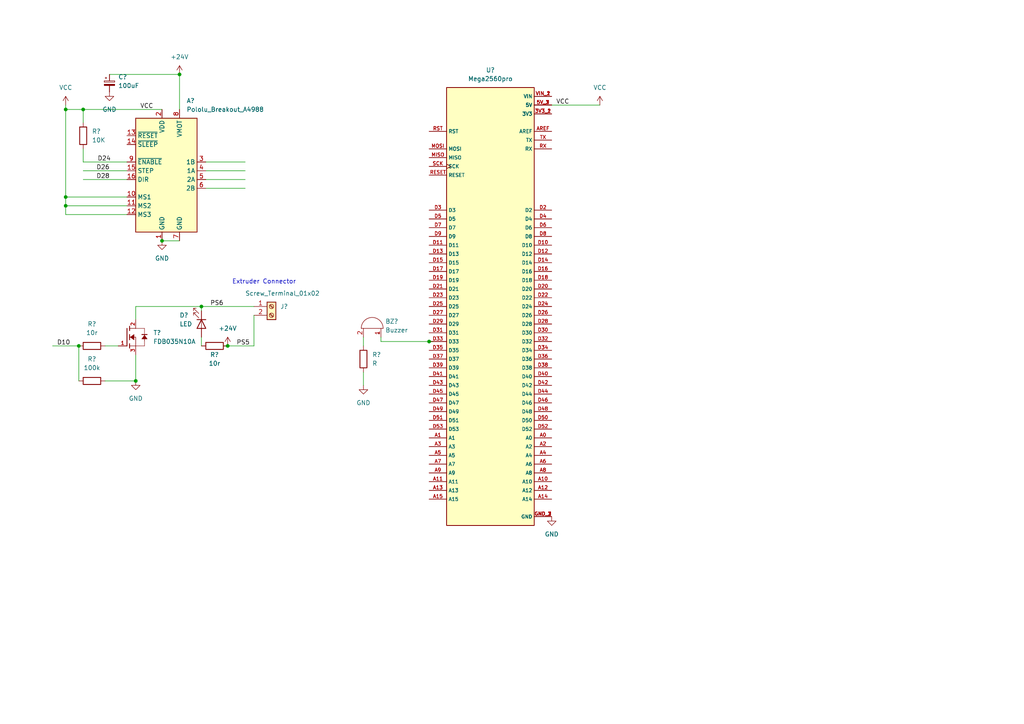
<source format=kicad_sch>
(kicad_sch (version 20211123) (generator eeschema)
  (paper "A4")
  (lib_symbols
    (symbol "Connector:Screw_Terminal_01x02" (pin_names (offset 1.016) hide)
      (property "Reference" "J" (at 0 2.54 0))
      (property "Value" "Screw_Terminal_01x02" (at 0 -5.08 0))
      (symbol "Screw_Terminal_01x02_1_1"
        (rectangle (start -1.27 1.27) (end 1.27 -3.81) (stroke (width 0.254)) (fill (type background)))
        (circle (center 0 -2.54) (radius 0.635) (stroke (width 0.1524)))
        (polyline (pts (xy -0.5334 -2.2098) (xy 0.3302 -3.048)) (stroke (width 0.1524)))
        (polyline (pts (xy -0.5334 0.3302) (xy 0.3302 -0.508)) (stroke (width 0.1524)))
        (polyline (pts (xy -0.3556 -2.032) (xy 0.508 -2.8702)) (stroke (width 0.1524)))
        (polyline (pts (xy -0.3556 0.508) (xy 0.508 -0.3302)) (stroke (width 0.1524)))
        (circle (center 0 0) (radius 0.635) (stroke (width 0.1524)))
        (pin passive line (at -5.08 0 0) (length 3.81) (name "Pin_1") (number "1"))
        (pin passive line (at -5.08 -2.54 0) (length 3.81) (name "Pin_2") (number "2"))
      )
    )
    (symbol "Device:Buzzer" (pin_names (offset 0.0254) hide)
      (property "Reference" "BZ" (at 3.81 1.27 0))
      (property "Value" "Buzzer" (at 3.81 -1.27 0))
      (symbol "Buzzer_0_1"
        (arc (start 0 -3.175) (mid 3.175 0) (end 0 3.175))
        (polyline (pts (xy -1.651 1.905) (xy -1.143 1.905)))
        (polyline (pts (xy -1.397 2.159) (xy -1.397 1.651)))
        (polyline (pts (xy 0 3.175) (xy 0 -3.175)))
      )
      (symbol "Buzzer_1_1"
        (pin passive line (at -2.54 2.54 0) (length 2.54) (name "-") (number "1"))
        (pin passive line (at -2.54 -2.54 0) (length 2.54) (name "+") (number "2"))
      )
    )
    (symbol "Device:C_Polarized_Small" (pin_numbers hide) (pin_names (offset 0.254) hide)
      (property "Reference" "C" (at 0.254 1.778 0))
      (property "Value" "C_Polarized_Small" (at 0.254 -2.032 0))
      (symbol "C_Polarized_Small_0_1"
        (rectangle (start -1.524 -0.3048) (end 1.524 -0.6858) (fill (type outline)))
        (rectangle (start -1.524 0.6858) (end 1.524 0.3048))
        (polyline (pts (xy -1.27 1.524) (xy -0.762 1.524)))
        (polyline (pts (xy -1.016 1.27) (xy -1.016 1.778)))
      )
      (symbol "C_Polarized_Small_1_1"
        (pin passive line (at 0 2.54 270) (length 1.8542) (name "~") (number "1"))
        (pin passive line (at 0 -2.54 90) (length 1.8542) (name "~") (number "2"))
      )
    )
    (symbol "Device:LED" (pin_numbers hide) (pin_names (offset 1.016) hide)
      (property "Reference" "D" (at 0 2.54 0))
      (property "Value" "LED" (at 0 -2.54 0))
      (symbol "LED_0_1"
        (polyline (pts (xy -1.27 -1.27) (xy -1.27 1.27)) (stroke (width 0.254)))
        (polyline (pts (xy -1.27 0) (xy 1.27 0)))
        (polyline (pts (xy 1.27 -1.27) (xy 1.27 1.27) (xy -1.27 0) (xy 1.27 -1.27)) (stroke (width 0.254)))
        (polyline (pts (xy -3.048 -0.762) (xy -4.572 -2.286) (xy -3.81 -2.286) (xy -4.572 -2.286) (xy -4.572 -1.524)))
        (polyline (pts (xy -1.778 -0.762) (xy -3.302 -2.286) (xy -2.54 -2.286) (xy -3.302 -2.286) (xy -3.302 -1.524)))
      )
      (symbol "LED_1_1"
        (pin passive line (at -3.81 0 0) (length 2.54) (name "K") (number "1"))
        (pin passive line (at 3.81 0 180) (length 2.54) (name "A") (number "2"))
      )
    )
    (symbol "Device:R" (pin_numbers hide) (pin_names (offset 0))
      (property "Reference" "R" (at 2.032 0 90))
      (property "Value" "R" (at 0 0 90))
      (symbol "R_0_1"
        (rectangle (start -1.016 -2.54) (end 1.016 2.54) (stroke (width 0.254)))
      )
      (symbol "R_1_1"
        (pin passive line (at 0 3.81 270) (length 1.27) (name "~") (number "1"))
        (pin passive line (at 0 -3.81 90) (length 1.27) (name "~") (number "2"))
      )
    )
    (symbol "Driver_Motor:Pololu_Breakout_A4988"
      (property "Reference" "A" (at -2.54 19.05 0))
      (property "Value" "Pololu_Breakout_A4988" (at -2.54 16.51 0))
      (symbol "Pololu_Breakout_A4988_0_1"
        (rectangle (start 10.16 -17.78) (end -7.62 15.24) (stroke (width 0.254)) (fill (type background)))
      )
      (symbol "Pololu_Breakout_A4988_1_1"
        (pin power_in line (at 0 -20.32 90) (length 2.54) (name "GND") (number "1"))
        (pin input line (at -10.16 -7.62 0) (length 2.54) (name "MS1") (number "10"))
        (pin input line (at -10.16 -10.16 0) (length 2.54) (name "MS2") (number "11"))
        (pin input line (at -10.16 -12.7 0) (length 2.54) (name "MS3") (number "12"))
        (pin input line (at -10.16 10.16 0) (length 2.54) (name "~{RESET}") (number "13"))
        (pin input line (at -10.16 7.62 0) (length 2.54) (name "~{SLEEP}") (number "14"))
        (pin input line (at -10.16 0 0) (length 2.54) (name "STEP") (number "15"))
        (pin input line (at -10.16 -2.54 0) (length 2.54) (name "DIR") (number "16"))
        (pin power_in line (at 0 17.78 270) (length 2.54) (name "VDD") (number "2"))
        (pin output line (at 12.7 2.54 180) (length 2.54) (name "1B") (number "3"))
        (pin output line (at 12.7 0 180) (length 2.54) (name "1A") (number "4"))
        (pin output line (at 12.7 -2.54 180) (length 2.54) (name "2A") (number "5"))
        (pin output line (at 12.7 -5.08 180) (length 2.54) (name "2B") (number "6"))
        (pin power_in line (at 5.08 -20.32 90) (length 2.54) (name "GND") (number "7"))
        (pin power_in line (at 5.08 17.78 270) (length 2.54) (name "VMOT") (number "8"))
        (pin input line (at -10.16 2.54 0) (length 2.54) (name "~{ENABLE}") (number "9"))
      )
    )
    (symbol "FDB035N10A:FDB035N10A" (pin_names (offset 1.016))
      (property "Reference" "T" (at -11.43 2.54 0))
      (property "Value" "FDB035N10A" (at -11.43 0 0))
      (symbol "FDB035N10A_0_0"
        (polyline (pts (xy 0 2.54) (xy 0 -2.54)) (stroke (width 0.254)))
        (polyline (pts (xy 0.762 -2.54) (xy 0.762 -3.175)) (stroke (width 0.254)))
        (polyline (pts (xy 0.762 -1.905) (xy 0.762 -2.54)) (stroke (width 0.254)))
        (polyline (pts (xy 0.762 0) (xy 0.762 -0.762)) (stroke (width 0.254)))
        (polyline (pts (xy 0.762 0) (xy 2.54 0)) (stroke (width 0.1524)))
        (polyline (pts (xy 0.762 0.762) (xy 0.762 0)) (stroke (width 0.254)))
        (polyline (pts (xy 0.762 2.54) (xy 0.762 1.905)) (stroke (width 0.254)))
        (polyline (pts (xy 0.762 2.54) (xy 2.54 2.54)) (stroke (width 0.1524)))
        (polyline (pts (xy 0.762 3.175) (xy 0.762 2.54)) (stroke (width 0.254)))
        (polyline (pts (xy 2.54 -2.54) (xy 0.762 -2.54)) (stroke (width 0.1524)))
        (polyline (pts (xy 2.54 -2.54) (xy 5.08 -2.54)) (stroke (width 0.127)))
        (polyline (pts (xy 2.54 0) (xy 2.54 -2.54)) (stroke (width 0.1524)))
        (polyline (pts (xy 5.08 -2.54) (xy 5.08 -1.016)) (stroke (width 0.127)))
        (polyline (pts (xy 5.08 0.762) (xy 4.318 0.762)) (stroke (width 0.254)))
        (polyline (pts (xy 5.08 0.762) (xy 5.08 -1.016)) (stroke (width 0.1524)))
        (polyline (pts (xy 5.08 1.016) (xy 5.08 2.54)) (stroke (width 0.127)))
        (polyline (pts (xy 5.08 2.54) (xy 2.54 2.54)) (stroke (width 0.127)))
        (polyline (pts (xy 5.842 0.762) (xy 5.08 0.762)) (stroke (width 0.254)))
        (polyline (pts (xy 1.016 0) (xy 2.032 0.762) (xy 2.032 -0.762) (xy 1.016 0)) (stroke (width 0.1524)) (fill (type outline)))
        (polyline (pts (xy 5.08 0.508) (xy 5.842 -0.508) (xy 4.318 -0.508) (xy 5.08 0.508)) (stroke (width 0.1524)) (fill (type outline)))
        (pin passive line (at -2.54 -2.54 0) (length 2.54) (name "~") (number "1"))
        (pin passive line (at 2.54 5.08 270) (length 2.54) (name "~") (number "2"))
        (pin passive line (at 2.54 -5.08 90) (length 2.54) (name "~") (number "3"))
      )
    )
    (symbol "Mega2560pro:Mega2560pro"
      (property "Reference" "U" (at 0 0 0))
      (property "Value" "Mega2560pro" (at 0 0 0))
      (symbol "Mega2560pro_0_0"
        (rectangle (start -12.7 -132.08) (end 12.7 -5.08) (stroke (width 0.254)) (fill (type background)))
        (pin power_in line (at 17.78 -12.7 180) (length 5.08) (name "3V3") (number "3V3_1"))
        (pin power_in line (at 17.78 -12.7 180) (length 5.08) (name "3V3") (number "3V3_2"))
        (pin power_in line (at 17.78 -10.16 180) (length 5.08) (name "5V") (number "5V_1"))
        (pin power_in line (at 17.78 -10.16 180) (length 5.08) (name "5V") (number "5V_2"))
        (pin power_in line (at 17.78 -10.16 180) (length 5.08) (name "5V") (number "5V_3"))
        (pin bidirectional line (at 17.78 -106.68 180) (length 5.08) (name "A0") (number "A0"))
        (pin bidirectional line (at -17.78 -106.68 0) (length 5.08) (name "A1") (number "A1"))
        (pin bidirectional line (at 17.78 -119.38 180) (length 5.08) (name "A10") (number "A10"))
        (pin bidirectional line (at -17.78 -119.38 0) (length 5.08) (name "A11") (number "A11"))
        (pin bidirectional line (at 17.78 -121.92 180) (length 5.08) (name "A12") (number "A12"))
        (pin bidirectional line (at -17.78 -121.92 0) (length 5.08) (name "A13") (number "A13"))
        (pin bidirectional line (at 17.78 -124.46 180) (length 5.08) (name "A14") (number "A14"))
        (pin bidirectional line (at -17.78 -124.46 0) (length 5.08) (name "A15") (number "A15"))
        (pin bidirectional line (at 17.78 -109.22 180) (length 5.08) (name "A2") (number "A2"))
        (pin bidirectional line (at -17.78 -109.22 0) (length 5.08) (name "A3") (number "A3"))
        (pin bidirectional line (at 17.78 -111.76 180) (length 5.08) (name "A4") (number "A4"))
        (pin bidirectional line (at -17.78 -111.76 0) (length 5.08) (name "A5") (number "A5"))
        (pin bidirectional line (at 17.78 -114.3 180) (length 5.08) (name "A6") (number "A6"))
        (pin bidirectional line (at -17.78 -114.3 0) (length 5.08) (name "A7") (number "A7"))
        (pin bidirectional line (at 17.78 -116.84 180) (length 5.08) (name "A8") (number "A8"))
        (pin bidirectional line (at -17.78 -116.84 0) (length 5.08) (name "A9") (number "A9"))
        (pin bidirectional line (at 17.78 -17.78 180) (length 5.08) (name "AREF") (number "AREF"))
        (pin bidirectional line (at 17.78 -50.8 180) (length 5.08) (name "D10") (number "D10"))
        (pin bidirectional line (at -17.78 -50.8 0) (length 5.08) (name "D11") (number "D11"))
        (pin bidirectional line (at 17.78 -53.34 180) (length 5.08) (name "D12") (number "D12"))
        (pin bidirectional line (at -17.78 -53.34 0) (length 5.08) (name "D13") (number "D13"))
        (pin bidirectional line (at 17.78 -55.88 180) (length 5.08) (name "D14") (number "D14"))
        (pin bidirectional line (at -17.78 -55.88 0) (length 5.08) (name "D15") (number "D15"))
        (pin bidirectional line (at 17.78 -58.42 180) (length 5.08) (name "D16") (number "D16"))
        (pin bidirectional line (at -17.78 -58.42 0) (length 5.08) (name "D17") (number "D17"))
        (pin bidirectional line (at 17.78 -60.96 180) (length 5.08) (name "D18") (number "D18"))
        (pin bidirectional line (at -17.78 -60.96 0) (length 5.08) (name "D19") (number "D19"))
        (pin bidirectional line (at 17.78 -40.64 180) (length 5.08) (name "D2") (number "D2"))
        (pin bidirectional line (at 17.78 -63.5 180) (length 5.08) (name "D20") (number "D20"))
        (pin bidirectional line (at -17.78 -63.5 0) (length 5.08) (name "D21") (number "D21"))
        (pin bidirectional line (at 17.78 -66.04 180) (length 5.08) (name "D22") (number "D22"))
        (pin bidirectional line (at -17.78 -66.04 0) (length 5.08) (name "D23") (number "D23"))
        (pin bidirectional line (at 17.78 -68.58 180) (length 5.08) (name "D24") (number "D24"))
        (pin bidirectional line (at -17.78 -68.58 0) (length 5.08) (name "D25") (number "D25"))
        (pin bidirectional line (at 17.78 -71.12 180) (length 5.08) (name "D26") (number "D26"))
        (pin bidirectional line (at -17.78 -71.12 0) (length 5.08) (name "D27") (number "D27"))
        (pin bidirectional line (at 17.78 -73.66 180) (length 5.08) (name "D28") (number "D28"))
        (pin bidirectional line (at -17.78 -73.66 0) (length 5.08) (name "D29") (number "D29"))
        (pin bidirectional line (at -17.78 -40.64 0) (length 5.08) (name "D3") (number "D3"))
        (pin bidirectional line (at 17.78 -76.2 180) (length 5.08) (name "D30") (number "D30"))
        (pin bidirectional line (at -17.78 -76.2 0) (length 5.08) (name "D31") (number "D31"))
        (pin bidirectional line (at 17.78 -78.74 180) (length 5.08) (name "D32") (number "D32"))
        (pin bidirectional line (at -17.78 -78.74 0) (length 5.08) (name "D33") (number "D33"))
        (pin bidirectional line (at 17.78 -81.28 180) (length 5.08) (name "D34") (number "D34"))
        (pin bidirectional line (at -17.78 -81.28 0) (length 5.08) (name "D35") (number "D35"))
        (pin bidirectional line (at 17.78 -83.82 180) (length 5.08) (name "D36") (number "D36"))
        (pin bidirectional line (at -17.78 -83.82 0) (length 5.08) (name "D37") (number "D37"))
        (pin bidirectional line (at 17.78 -86.36 180) (length 5.08) (name "D38") (number "D38"))
        (pin bidirectional line (at -17.78 -86.36 0) (length 5.08) (name "D39") (number "D39"))
        (pin bidirectional line (at 17.78 -43.18 180) (length 5.08) (name "D4") (number "D4"))
        (pin bidirectional line (at 17.78 -88.9 180) (length 5.08) (name "D40") (number "D40"))
        (pin bidirectional line (at -17.78 -88.9 0) (length 5.08) (name "D41") (number "D41"))
        (pin bidirectional line (at 17.78 -91.44 180) (length 5.08) (name "D42") (number "D42"))
        (pin bidirectional line (at -17.78 -91.44 0) (length 5.08) (name "D43") (number "D43"))
        (pin bidirectional line (at 17.78 -93.98 180) (length 5.08) (name "D44") (number "D44"))
        (pin bidirectional line (at -17.78 -93.98 0) (length 5.08) (name "D45") (number "D45"))
        (pin bidirectional line (at 17.78 -96.52 180) (length 5.08) (name "D46") (number "D46"))
        (pin bidirectional line (at -17.78 -96.52 0) (length 5.08) (name "D47") (number "D47"))
        (pin bidirectional line (at 17.78 -99.06 180) (length 5.08) (name "D48") (number "D48"))
        (pin bidirectional line (at -17.78 -99.06 0) (length 5.08) (name "D49") (number "D49"))
        (pin bidirectional line (at -17.78 -43.18 0) (length 5.08) (name "D5") (number "D5"))
        (pin bidirectional line (at 17.78 -101.6 180) (length 5.08) (name "D50") (number "D50"))
        (pin bidirectional line (at -17.78 -101.6 0) (length 5.08) (name "D51") (number "D51"))
        (pin bidirectional line (at 17.78 -104.14 180) (length 5.08) (name "D52") (number "D52"))
        (pin bidirectional line (at -17.78 -104.14 0) (length 5.08) (name "D53") (number "D53"))
        (pin bidirectional line (at 17.78 -45.72 180) (length 5.08) (name "D6") (number "D6"))
        (pin bidirectional line (at -17.78 -45.72 0) (length 5.08) (name "D7") (number "D7"))
        (pin bidirectional line (at 17.78 -48.26 180) (length 5.08) (name "D8") (number "D8"))
        (pin bidirectional line (at -17.78 -48.26 0) (length 5.08) (name "D9") (number "D9"))
        (pin power_in line (at 17.78 -129.54 180) (length 5.08) (name "GND") (number "GND_1"))
        (pin power_in line (at 17.78 -129.54 180) (length 5.08) (name "GND") (number "GND_2"))
        (pin power_in line (at 17.78 -129.54 180) (length 5.08) (name "GND") (number "GND_3"))
        (pin bidirectional line (at -17.78 -25.4 0) (length 5.08) (name "MISO") (number "MISO"))
        (pin bidirectional line (at -17.78 -22.86 0) (length 5.08) (name "MOSI") (number "MOSI"))
        (pin input line (at -17.78 -30.48 0) (length 5.08) (name "RESET") (number "RESET"))
        (pin input line (at -17.78 -17.78 0) (length 5.08) (name "RST") (number "RST"))
        (pin input line (at 17.78 -22.86 180) (length 5.08) (name "RX") (number "RX"))
        (pin bidirectional clock (at -17.78 -27.94 0) (length 5.08) (name "SCK") (number "SCK"))
        (pin output line (at 17.78 -20.32 180) (length 5.08) (name "TX") (number "TX"))
        (pin output line (at 17.78 -7.62 180) (length 5.08) (name "VIN") (number "VIN_1"))
        (pin output line (at 17.78 -7.62 180) (length 5.08) (name "VIN") (number "VIN_2"))
      )
    )
    (symbol "power:+24V" (power) (pin_names (offset 0))
      (property "Value" "+24V" (at 0 3.556 0))
      (symbol "+24V_0_1"
        (polyline (pts (xy -0.762 1.27) (xy 0 2.54)))
        (polyline (pts (xy 0 0) (xy 0 2.54)))
        (polyline (pts (xy 0 2.54) (xy 0.762 1.27)))
      )
      (symbol "+24V_1_1"
        (pin power_in line (at 0 0 90) (length 0) hide (name "+24V") (number "1"))
      )
    )
    (symbol "power:GND" (power) (pin_names (offset 0))
      (property "Value" "GND" (at 0 -3.81 0))
      (symbol "GND_0_1"
        (polyline (pts (xy 0 0) (xy 0 -1.27) (xy 1.27 -1.27) (xy 0 -2.54) (xy -1.27 -1.27) (xy 0 -1.27)))
      )
      (symbol "GND_1_1"
        (pin power_in line (at 0 0 270) (length 0) hide (name "GND") (number "1"))
      )
    )
    (symbol "power:VCC" (power) (pin_names (offset 0))
      (property "Value" "VCC" (at 0 3.81 0))
      (symbol "VCC_0_1"
        (polyline (pts (xy -0.762 1.27) (xy 0 2.54)))
        (polyline (pts (xy 0 0) (xy 0 2.54)))
        (polyline (pts (xy 0 2.54) (xy 0.762 1.27)))
      )
      (symbol "VCC_1_1"
        (pin power_in line (at 0 0 90) (length 0) hide (name "VCC") (number "1"))
      )
    )
  )
  (junction (at 19.05 57.15))
  (junction (at 66.04 100.33))
  (junction (at 124.46 99.06))
  (junction (at 58.42 88.9))
  (junction (at 24.13 31.75))
  (junction (at 46.99 69.85))
  (junction (at 39.37 110.49))
  (junction (at 22.86 100.33))
  (junction (at 19.05 31.75))
  (junction (at 19.05 59.69))
  (junction (at 52.07 21.59))
  (wire (pts (xy 15.24 100.33) (xy 22.86 100.33)))
  (wire (pts (xy 64.77 100.33) (xy 66.04 100.33)))
  (wire (pts (xy 66.04 100.33) (xy 73.66 100.33)))
  (wire (pts (xy 39.37 88.9) (xy 58.42 88.9)))
  (wire (pts (xy 24.13 46.99) (xy 36.83 46.99)))
  (wire (pts (xy 105.41 107.95) (xy 105.41 111.76)))
  (wire (pts (xy 19.05 30.48) (xy 19.05 31.75)))
  (wire (pts (xy 19.05 59.69) (xy 19.05 62.23)))
  (wire (pts (xy 59.69 52.07) (xy 71.12 52.07)))
  (wire (pts (xy 58.42 97.79) (xy 58.42 100.33)))
  (wire (pts (xy 24.13 52.07) (xy 36.83 52.07)))
  (wire (pts (xy 19.05 57.15) (xy 19.05 59.69)))
  (wire (pts (xy 19.05 57.15) (xy 19.05 31.75)))
  (wire (pts (xy 19.05 31.75) (xy 24.13 31.75)))
  (wire (pts (xy 39.37 102.87) (xy 39.37 110.49)))
  (wire (pts (xy 36.83 62.23) (xy 19.05 62.23)))
  (wire (pts (xy 24.13 31.75) (xy 24.13 35.56)))
  (wire (pts (xy 124.46 99.06) (xy 110.49 99.06)))
  (wire (pts (xy 30.48 110.49) (xy 39.37 110.49)))
  (wire (pts (xy 24.13 49.53) (xy 36.83 49.53)))
  (wire (pts (xy 46.99 69.85) (xy 52.07 69.85)))
  (wire (pts (xy 59.69 46.99) (xy 71.12 46.99)))
  (wire (pts (xy 39.37 92.71) (xy 39.37 88.9)))
  (wire (pts (xy 31.75 21.59) (xy 52.07 21.59)))
  (wire (pts (xy 59.69 49.53) (xy 71.12 49.53)))
  (wire (pts (xy 105.41 97.79) (xy 105.41 100.33)))
  (wire (pts (xy 36.83 57.15) (xy 19.05 57.15)))
  (wire (pts (xy 36.83 59.69) (xy 19.05 59.69)))
  (wire (pts (xy 125.73 99.06) (xy 124.46 99.06)))
  (wire (pts (xy 58.42 88.9) (xy 58.42 90.17)))
  (wire (pts (xy 22.86 100.33) (xy 22.86 110.49)))
  (wire (pts (xy 24.13 31.75) (xy 46.99 31.75)))
  (wire (pts (xy 59.69 54.61) (xy 71.12 54.61)))
  (wire (pts (xy 52.07 21.59) (xy 52.07 31.75)))
  (wire (pts (xy 160.02 30.48) (xy 173.99 30.48)))
  (wire (pts (xy 58.42 88.9) (xy 73.66 88.9)))
  (wire (pts (xy 73.66 91.44) (xy 73.66 100.33)))
  (wire (pts (xy 24.13 43.18) (xy 24.13 46.99)))
  (wire (pts (xy 110.49 97.79) (xy 110.49 99.06)))
  (wire (pts (xy 30.48 100.33) (xy 34.29 100.33)))
  (text "Extruder Connector" (at 67.31 82.55 0) (effects (font (size 1.27 1.27)) (justify left bottom)))
  (label "PS6" (at 60.96 88.9 0))
  (label "D26" (at 27.94 49.53 0))
  (label "D10" (at 16.51 100.33 0))
  (label "PS5" (at 68.58 100.33 0))
  (label "VCC" (at 40.64 31.75 0))
  (label "D28" (at 27.94 52.07 0))
  (label "VCC" (at 161.29 30.48 0))
  (label "D24" (at 28.2819 46.99 0))
  (symbol (lib_id "Device:R") (at 105.41 104.14 0) (unit 1)
    (property "Reference" "R?" (at 107.95 102.8699 0) (effects (justify left)))
    (property "Value" "R" (at 107.95 105.4099 0) (effects (justify left)))
  )
  (symbol (lib_id "Driver_Motor:Pololu_Breakout_A4988") (at 46.99 49.53 0) (unit 1)
    (property "Reference" "A?" (at 54.0894 29.21 0) (effects (justify left)))
    (property "Value" "Pololu_Breakout_A4988" (at 54.0894 31.75 0) (effects (justify left)))
    (property "Footprint" "Module:Pololu_Breakout-16_15.2x20.3mm" (effects hide))
    (property "Datasheet" "https://www.pololu.com/product/2980/pictures" (effects hide))
  )
  (symbol (lib_id "Connector:Screw_Terminal_01x02") (at 78.74 88.9 0) (unit 1)
    (property "Reference" "J?" (at 81.28 88.8999 0) (effects (justify left)))
    (property "Value" "Screw_Terminal_01x02" (at 71.12 85.09 0) (effects (justify left)))
  )
  (symbol (lib_id "Device:LED") (at 58.42 93.98 270) (unit 1)
    (property "Reference" "D?" (at 52.07 91.44 90) (effects (justify left)))
    (property "Value" "LED" (at 52.07 93.98 90) (effects (justify left)))
  )
  (symbol (lib_id "Device:R") (at 24.13 39.37 0) (unit 1)
    (property "Reference" "R?" (at 26.67 38.0999 0) (effects (justify left)))
    (property "Value" "10K" (at 26.67 40.6399 0) (effects (justify left)))
  )
  (symbol (lib_id "power:VCC") (at 173.99 30.48 0) (unit 1)
    (property "Reference" "#PWR?" (effects hide))
    (property "Value" "VCC" (at 173.99 25.4 0))
  )
  (symbol (lib_id "Device:R") (at 26.67 110.49 90) (unit 1)
    (property "Reference" "R?" (at 26.67 104.14 90))
    (property "Value" "100k" (at 26.67 106.68 90))
  )
  (symbol (lib_id "power:GND") (at 46.99 69.85 0) (unit 1)
    (property "Reference" "#PWR?" (effects hide))
    (property "Value" "GND" (at 46.99 74.93 0))
  )
  (symbol (lib_id "power:+24V") (at 66.04 100.33 0) (unit 1)
    (property "Reference" "#PWR?" (effects hide))
    (property "Value" "+24V" (at 66.04 95.25 0))
  )
  (symbol (lib_id "power:GND") (at 39.37 110.49 0) (unit 1)
    (property "Reference" "#PWR?" (effects hide))
    (property "Value" "GND" (at 39.37 115.57 0))
  )
  (symbol (lib_id "power:VCC") (at 19.05 30.48 0) (unit 1)
    (property "Reference" "#PWR?" (effects hide))
    (property "Value" "VCC" (at 19.05 25.4 0))
  )
  (symbol (lib_id "Device:R") (at 62.23 100.33 270) (unit 1)
    (property "Reference" "R?" (at 62.23 102.87 90))
    (property "Value" "10r" (at 62.23 105.41 90))
  )
  (symbol (lib_id "Device:R") (at 26.67 100.33 90) (unit 1)
    (property "Reference" "R?" (at 26.67 93.98 90))
    (property "Value" "10r" (at 26.67 96.52 90))
  )
  (symbol (lib_id "power:GND") (at 105.41 111.76 0) (unit 1)
    (property "Reference" "#PWR?" (effects hide))
    (property "Value" "GND" (at 105.41 116.84 0))
  )
  (symbol (lib_id "power:+24V") (at 52.07 21.59 0) (unit 1)
    (property "Reference" "#PWR?" (effects hide))
    (property "Value" "+24V" (at 52.07 16.51 0))
  )
  (symbol (lib_id "Device:Buzzer") (at 107.95 95.25 270) (mirror x) (unit 1)
    (property "Reference" "BZ?" (at 111.76 93.2179 90) (effects (justify left)))
    (property "Value" "Buzzer" (at 111.76 95.7579 90) (effects (justify left)))
  )
  (symbol (lib_id "FDB035N10A:FDB035N10A") (at 36.83 97.79 0) (unit 1)
    (property "Reference" "T?" (at 44.45 96.5199 0) (effects (justify left)))
    (property "Value" "FDB035N10A" (at 44.45 99.0599 0) (effects (justify left)))
    (property "Footprint" "D2_PACK" (effects hide))
  )
  (symbol (lib_id "power:GND") (at 31.75 26.67 0) (unit 1)
    (property "Reference" "#PWR?" (effects hide))
    (property "Value" "GND" (at 31.75 31.75 0))
  )
  (symbol (lib_id "Device:C_Polarized_Small") (at 31.75 24.13 0) (unit 1)
    (property "Reference" "C?" (at 34.29 22.3138 0) (effects (justify left)))
    (property "Value" "100uF" (at 34.29 24.8538 0) (effects (justify left)))
  )
  (symbol (lib_id "power:GND") (at 160.02 149.86 0) (unit 1)
    (property "Reference" "#PWR?" (effects hide))
    (property "Value" "GND" (at 160.02 154.94 0))
  )
  (symbol (lib_id "Mega2560pro:Mega2560pro") (at 142.24 20.32 0) (unit 1)
    (property "Reference" "U?" (at 142.24 20.32 0))
    (property "Value" "Mega2560pro" (at 142.24 22.86 0))
    (property "Footprint" "Mega2560pro:Mega2560pro" (effects hide))
  )
)
</source>
